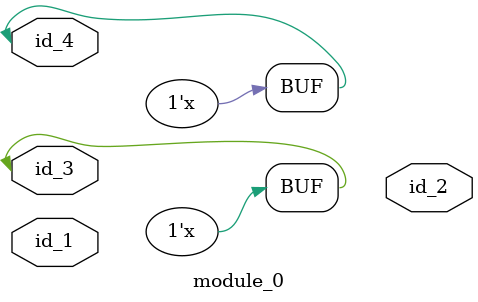
<source format=v>
module module_0 (
    id_1,
    id_2,
    id_3,
    id_4
);
  inout id_4;
  inout id_3;
  output id_2;
  input id_1;
  always @(id_1) begin
    id_3 <= id_3;
    id_4 <= id_4;
  end
endmodule

</source>
